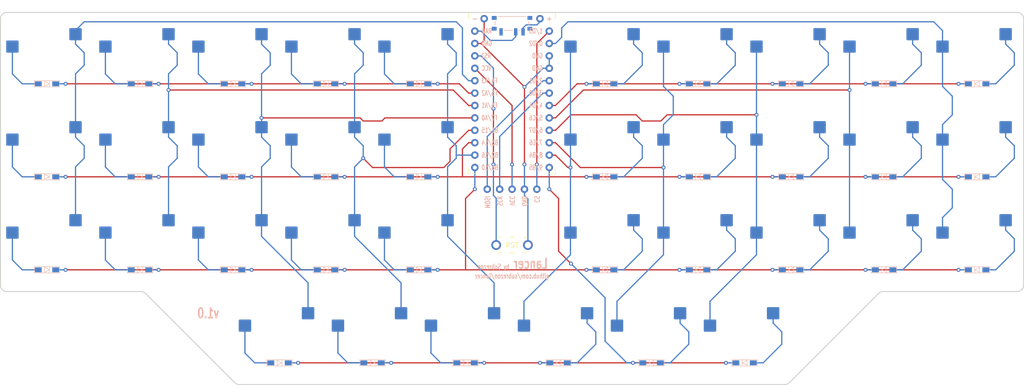
<source format=kicad_pcb>
(kicad_pcb (version 20211014) (generator pcbnew)
  (layers (0 "F.Cu" signal) (31 "B.Cu" signal) (34 "B.Paste" user) (35 "F.Paste" user) (36 "B.SilkS" user "B.Silkscreen") (37 "F.SilkS" user "F.Silkscreen") (38 "B.Mask" user) (39 "F.Mask" user) (44 "Edge.Cuts" user))
  (net 0 "")
  (net 1 "Net-(D1-Pad2)")
  (net 2 "Net-(D2-Pad2)")
  (net 3 "Net-(D3-Pad2)")
  (net 4 "Net-(D4-Pad2)")
  (net 5 "Net-(D5-Pad2)")
  (net 6 "Net-(D6-Pad2)")
  (net 7 "Net-(D7-Pad2)")
  (net 8 "Net-(D8-Pad2)")
  (net 9 "Net-(D10-Pad2)")
  (net 10 "Net-(D11-Pad2)")
  (net 11 "Net-(D12-Pad2)")
  (net 12 "Net-(D13-Pad2)")
  (net 13 "Net-(D14-Pad2)")
  (net 14 "Net-(D15-Pad2)")
  (net 15 "Net-(D17-Pad2)")
  (net 16 "Net-(D19-Pad2)")
  (net 17 "Net-(D21-Pad2)")
  (net 18 "Net-(D22-Pad2)")
  (net 19 "Net-(D23-Pad2)")
  (net 20 "Net-(D24-Pad2)")
  (net 21 "Net-(D25-Pad2)")
  (net 22 "Net-(D28-Pad2)")
  (net 23 "Net-(D31-Pad2)")
  (net 24 "Net-(D32-Pad2)")
  (net 25 "Net-(D33-Pad2)")
  (net 26 "Net-(D34-Pad2)")
  (net 27 "Net-(D35-Pad2)")
  (net 28 "/SDA")
  (net 29 "/SCL")
  (net 31 "/BAT+")
  (net 32 "/RAW")
  (net 33 "/RST")
  (net 34 "/GND")
  (net 35 "/CS")
  (net 36 "/VCC")
  (net 37 "Net-(D9-Pad2)")
  (net 38 "Net-(D16-Pad2)")
  (net 39 "Net-(D18-Pad2)")
  (net 40 "Net-(D20-Pad2)")
  (net 41 "Net-(D26-Pad2)")
  (net 42 "Net-(D27-Pad2)")
  (net 43 "Net-(D29-Pad2)")
  (net 44 "Net-(D30-Pad2)")
  (net 45 "Net-(D36-Pad2)")
  (net 46 "/R0")
  (net 47 "/R1")
  (net 48 "/R2")
  (net 49 "/R3")
  (net 50 "/R4")
  (net 51 "/C0")
  (net 52 "/C1")
  (net 53 "/C2")
  (net 54 "/C3")
  (net 55 "/C4")
  (net 56 "/C5")
  (net 57 "/C6")
  (net 58 "/C7")
  (net 59 "/C8")
  (net 60 "/C9")
  (footprint "MX_Hotswap:MX-Hotswap-1U" (layer "F.Cu") (at 220.98 30.48)
    (fp_text reference "SW10")
    (fp_text value "SW_Push")
  )
  (footprint "keeb-parts:M2_StandoffHole" (layer "F.Cu") (at 87.63 78.105)
    (fp_text reference "H7" hide)
    (fp_text value "MountingHole" hide)
  )
  (footprint "keeb-parts:M2_StandoffHole" (layer "F.Cu") (at 40.005 40.005)
    (fp_text reference "H1" hide)
    (fp_text value "MountingHole" hide)
  )
  (footprint "MX_Hotswap:MX-Hotswap-1U" (layer "F.Cu") (at 106.68 49.53)
    (fp_text reference "SW15")
    (fp_text value "SW_Push")
  )
  (footprint "MX_Hotswap:MX-Hotswap-1U" (layer "F.Cu") (at 201.93 49.53)
    (fp_text reference "SW19")
    (fp_text value "SW_Push")
  )
  (footprint "MX_Hotswap:MX-Hotswap-1U" (layer "F.Cu") (at 182.88 49.53)
    (fp_text reference "SW18")
    (fp_text value "SW_Push")
  )
  (footprint "keeb-parts:M2_StandoffHole" (layer "F.Cu") (at 40.005 59.055)
    (fp_text reference "H5" hide)
    (fp_text value "MountingHole" hide)
  )
  (footprint "MX_Hotswap:MX-Hotswap-1U" (layer "F.Cu") (at 154.305 87.63)
    (fp_text reference "SW35")
    (fp_text value "SW_Push")
  )
  (footprint "MX_Hotswap:MX-Hotswap-1U" (layer "F.Cu") (at 78.105 87.63)
    (fp_text reference "SW31")
    (fp_text value "SW_Push")
  )
  (footprint "MX_Hotswap:MX-Hotswap-1U" (layer "F.Cu") (at 163.83 68.58)
    (fp_text reference "SW27")
    (fp_text value "SW_Push")
  )
  (footprint "keeb-parts:nice!view" (layer "F.Cu") (at 125.73 57.15)
    (fp_text reference "O1" hide)
    (fp_text value "nice!view" hide)
  )
  (footprint "MX_Hotswap:MX-Hotswap-1U" (layer "F.Cu") (at 182.88 30.48)
    (fp_text reference "SW8")
    (fp_text value "SW_Push")
  )
  (footprint "keeb-parts:M2_ScrewHole" (layer "F.Cu") (at 132.08 63.5)
    (fp_text reference "H10" hide)
    (fp_text value "MountingHole" hide)
  )
  (footprint "keeb-parts:TH" (layer "F.Cu") (at 120.015 22.225)
    (fp_text reference "H11" hide)
    (fp_text value "MountingHole_Pad" hide)
  )
  (footprint "MX_Hotswap:MX-Hotswap-1U" (layer "F.Cu") (at 144.78 49.53)
    (fp_text reference "SW16")
    (fp_text value "SW_Push")
  )
  (footprint "MX_Hotswap:MX-Hotswap-1U" (layer "F.Cu") (at 68.58 49.53)
    (fp_text reference "SW13")
    (fp_text value "SW_Push")
  )
  (footprint "MX_Hotswap:MX-Hotswap-1U" (layer "F.Cu") (at 30.48 68.58)
    (fp_text reference "SW21")
    (fp_text value "SW_Push")
  )
  (footprint "MX_Hotswap:MX-Hotswap-1U" (layer "F.Cu") (at 87.63 49.53)
    (fp_text reference "SW14")
    (fp_text value "SW_Push")
  )
  (footprint "lancer:Plus" (layer "F.Cu") (at 133.35 22.225)
    (fp_text reference "REF**" hide)
    (fp_text value "Plus" hide)
  )
  (footprint "MX_Hotswap:MX-Hotswap-1U" (layer "F.Cu") (at 97.155 87.63)
    (fp_text reference "SW32")
    (fp_text value "SW_Push")
  )
  (footprint "MX_Hotswap:MX-Hotswap-1U" (layer "F.Cu") (at 30.48 30.48)
    (fp_text reference "SW1")
    (fp_text value "SW_Push")
  )
  (footprint "MX_Hotswap:MX-Hotswap-1U" (layer "F.Cu") (at 87.63 68.58)
    (fp_text reference "SW24")
    (fp_text value "SW_Push")
  )
  (footprint "keeb-parts:M2_ScrewHole" (layer "F.Cu") (at 119.38 63.5)
    (fp_text reference "H9" hide)
    (fp_text value "MountingHole" hide)
  )
  (footprint "MX_Hotswap:MX-Hotswap-1U" (layer "F.Cu") (at 68.58 68.58)
    (fp_text reference "SW23")
    (fp_text value "SW_Push")
  )
  (footprint "MX_Hotswap:MX-Hotswap-1U" (layer "F.Cu") (at 201.93 30.48)
    (fp_text reference "SW9")
    (fp_text value "SW_Push")
  )
  (footprint "keeb-parts:ProMicro_Flipped" (layer "F.Cu") (at 125.73 37.465)
    (fp_text reference "U1" hide)
    (fp_text value "ProMicro_Flipped" hide)
  )
  (footprint "MX_Hotswap:MX-Hotswap-1U" (layer "F.Cu") (at 220.98 68.58)
    (fp_text reference "SW30")
    (fp_text value "SW_Push")
  )
  (footprint "MX_Hotswap:MX-Hotswap-1U" (layer "F.Cu") (at 135.255 87.63)
    (fp_text reference "SW34")
    (fp_text value "SW_Push")
  )
  (footprint "MX_Hotswap:MX-Hotswap-1U" (layer "F.Cu") (at 220.98 49.53)
    (fp_text reference "SW20")
    (fp_text value "SW_Push")
  )
  (footprint "lancer:Minus" (layer "F.Cu") (at 118.11 22.225)
    (fp_text reference "REF**" hide)
    (fp_text value "Minus" hide)
  )
  (footprint "MX_Hotswap:MX-Hotswap-1U" (layer "F.Cu") (at 144.78 68.58)
    (fp_text reference "SW26")
    (fp_text value "SW_Push")
  )
  (footprint "MX_Hotswap:MX-Hotswap-1U" (layer "F.Cu") (at 106.68 68.58)
    (fp_text reference "SW25")
    (fp_text value "SW_Push")
  )
  (footprint "keeb-parts:M2_StandoffHole" (layer "F.Cu") (at 163.83 78.105)
    (fp_text reference "H8" hide)
    (fp_text value "MountingHole" hide)
  )
  (footprint "MX_Hotswap:MX-Hotswap-1U" (layer "F.Cu") (at 201.93 68.58)
    (fp_text reference "SW29")
    (fp_text value "SW_Push")
  )
  (footprint "keeb-parts:M2_StandoffHole" (layer "F.Cu") (at 211.455 40.005)
    (fp_text reference "H4" hide)
    (fp_text value "MountingHole" hide)
  )
  (footprint "keeb-parts:SW_Reset" (layer "F.Cu") (at 125.73 68.58)
    (fp_text reference "SW38" hide)
    (fp_text value "SW_Push" hide)
  )
  (footprint "MX_Hotswap:MX-Hotswap-1U" (layer "F.Cu") (at 87.63 30.48)
    (fp_text reference "SW4")
    (fp_text value "SW_Push")
  )
  (footprint "MX_Hotswap:MX-Hotswap-1U" (layer "F.Cu") (at 173.355 87.63)
    (fp_text reference "SW36")
    (fp_text value "SW_Push")
  )
  (footprint "lancer:Version" (layer "F.Cu") (at 63.5 82.55)
    (fp_text reference "REF**" hide)
    (fp_text value "Version" hide)
  )
  (footprint "keeb-parts:M2_StandoffHole" (layer "F.Cu") (at 97.155 40.005)
    (fp_text reference "H2" hide)
    (fp_text value "MountingHole" hide)
  )
  (footprint "MX_Hotswap:MX-Hotswap-1U" (layer "F.Cu") (at 49.53 68.58)
    (fp_text reference "SW22")
    (fp_text value "SW_Push")
  )
  (footprint "keeb-parts:M2_StandoffHole" (layer "F.Cu") (at 211.455 59.055)
    (fp_text reference "H6" hide)
    (fp_text value "MountingHole" hide)
  )
  (footprint "MX_Hotswap:MX-Hotswap-1U" (layer "F.Cu") (at 106.68 30.48)
    (fp_text reference "SW5")
    (fp_text value "SW_Push")
  )
  (footprint "keeb-parts:M2_StandoffHole" (layer "F.Cu") (at 154.305 40.005)
    (fp_text reference "H3" hide)
    (fp_text value "MountingHole" hide)
  )
  (footprint "MX_Hotswap:MX-Hotswap-1U" (layer "F.Cu") (at 163.83 30.48)
    (fp_text reference "SW7")
    (fp_text value "SW_Push")
  )
  (footprint "MX_Hotswap:MX-Hotswap-1U" (layer "F.Cu") (at 49.53 30.48)
    (fp_text reference "SW2")
    (fp_text value "SW_Push")
  )
  (footprint "keeb-parts:TH" (layer "F.Cu") (at 131.445 22.225)
    (fp_text reference "H12" hide)
    (fp_text value "MountingHole_Pad" hide)
  )
  (footprint "MX_Hotswap:MX-Hotswap-1U" (layer "F.Cu") (at 68.58 30.48)
    (fp_text reference "SW3")
    (fp_text value "SW_Push")
  )
  (footprint "MX_Hotswap:MX-Hotswap-1U" (layer "F.Cu") (at 163.83 49.53)
    (fp_text reference "SW17")
    (fp_text value "SW_Push")
  )
  (footprint "MX_Hotswap:MX-Hotswap-1U" (layer "F.Cu") (at 30.48 49.53)
    (fp_text reference "SW11")
    (fp_text value "SW_Push")
  )
  (footprint "MX_Hotswap:MX-Hotswap-1U" (layer "F.Cu") (at 49.53 49.53)
    (fp_text reference "SW12")
    (fp_text value "SW_Push")
  )
  (footprint "MX_Hotswap:MX-Hotswap-1U" (layer "F.Cu") (at 116.205 87.63)
    (fp_text reference "SW33")
    (fp_text value "SW_Push")
  )
  (footprint "MX_Hotswap:MX-Hotswap-1U" (layer "F.Cu") (at 182.88 68.58)
    (fp_text reference "SW28")
    (fp_text value "SW_Push")
  )
  (footprint "MX_Hotswap:MX-Hotswap-1U" (layer "F.Cu") (at 144.78 30.48)
    (fp_text reference "SW6")
    (fp_text value "SW_Push")
  )
  (footprint "keeb-parts:Diode_SMD" (layer "B.Cu") (at 49.53 35.56 180)
    (fp_text reference "D2" hide)
    (fp_text value "D_Small" hide)
  )
  (footprint "lancer:Version" (layer "B.Cu") (at 63.5 82.55 180)
    (fp_text reference "REF**" hide)
    (fp_text value "Version" hide)
  )
  (footprint "keeb-parts:Diode_SMD" (layer "B.Cu") (at 97.155 92.71 180)
    (fp_text reference "D32" hide)
    (fp_text value "D_Small" hide)
  )
  (footprint "keeb-parts:Diode_SMD" (layer "B.Cu") (at 135.255 92.71)
    (fp_text reference "D34" hide)
    (fp_text value "D_Small" hide)
  )
  (footprint "keeb-parts:Diode_SMD" (layer "B.Cu") (at 220.98 54.61)
    (fp_text reference "D20" hide)
    (fp_text value "D_Small" hide)
  )
  (footprint "keeb-parts:Diode_SMD" (layer "B.Cu") (at 220.98 73.66)
    (fp_text reference "D30" hide)
    (fp_text value "D_Small" hide)
  )
  (footprint "keeb-parts:Diode_SMD" (layer "B.Cu") (at 182.88 35.56)
    (fp_text reference "D8" hide)
    (fp_text value "D_Small" hide)
  )
  (footprint "keeb-parts:Diode_SMD" (layer "B.Cu") (at 87.63 35.56 180)
    (fp_text reference "D4" hide)
    (fp_text value "D_Small" hide)
  )
  (footprint "keeb-parts:Diode_SMD" (layer "B.Cu") (at 30.48 54.61 180)
    (fp_text reference "D11" hide)
    (fp_text value "D_Small" hide)
  )
  (footprint "keeb-parts:Diode_SMD" (layer "B.Cu") (at 163.83 35.56)
    (fp_text reference "D7" hide)
    (fp_text value "D_Small" hide)
  )
  (footprint "keeb-parts:Diode_SMD" (layer "B.Cu") (at 201.93 73.66)
    (fp_text reference "D29" hide)
    (fp_text value "D_Small" hide)
  )
  (footprint "keeb-parts:Diode_SMD" (layer "B.Cu") (at 68.58 35.56 180)
    (fp_text reference "D3" hide)
    (fp_text value "D_Small" hide)
  )
  (footprint "keeb-parts:Diode_SMD" (layer "B.Cu") (at 68.58 73.66 180)
    (fp_text reference "D23" hide)
    (fp_text value "D_Small" hide)
  )
  (footprint "keeb-parts:Diode_SMD" (layer "B.Cu") (at 163.83 73.66)
    (fp_text reference "D27" hide)
    (fp_text value "D_Small" hide)
  )
  (footprint "keeb-parts:Diode_SMD" (layer "B.Cu") (at 30.48 35.56 180)
    (fp_text reference "D1" hide)
    (fp_text value "D_Small" hide)
  )
  (footprint "lancer:Signature" (layer "B.Cu") (at 125.73 73.66 180)
    (fp_text reference "REF**" hide)
    (fp_text value "Signature" hide)
  )
  (footprint "lancer:Minus" (layer "B.Cu") (at 118.11 22.225 180)
    (fp_text reference "REF**" hide)
    (fp_text value "Minus" hide)
  )
  (footprint "keeb-parts:Diode_SMD" (layer "B.Cu") (at 201.93 35.56)
    (fp_text reference "D9" hide)
    (fp_text value "D_Small" hide)
  )
  (footprint "keeb-parts:Diode_SMD" (layer "B.Cu") (at 182.88 73.66)
    (fp_text reference "D28" hide)
    (fp_text value "D_Small" hide)
  )
  (footprint "keeb-parts:Diode_SMD" (layer "B.Cu") (at 144.78 54.61)
    (fp_text reference "D16" hide)
    (fp_text value "D_Small" hide)
  )
  (footprint "lancer:Plus" (layer "B.Cu") (at 133.35 22.225 180)
    (fp_text reference "REF**" hide)
    (fp_text value "Plus" hide)
  )
  (footprint "keeb-parts:Diode_SMD" (layer "B.Cu") (at 154.305 92.71)
    (fp_text reference "D35" hide)
    (fp_text value "D_Small" hide)
  )
  (footprint "Button_Switch_SMD:SW_SPDT_PCM12" (layer "B.Cu") (at 125.73 23.495)
    (fp_text reference "SW37" hide)
    (fp_text value "SW_SPDT")
  )
  (footprint "keeb-parts:Diode_SMD" (layer "B.Cu") (at 182.88 54.61)
    (fp_text reference "D18" hide)
    (fp_text value "D_Small" hide)
  )
  (footprint "keeb-parts:Diode_SMD" (layer "B.Cu") (at 116.205 92.71 180)
    (fp_text reference "D33" hide)
    (fp_text value "D_Small" hide)
  )
  (footprint "keeb-parts:Diode_SMD" (layer "B.Cu") (at 144.78 35.56)
    (fp_text reference "D6" hide)
    (fp_text value "D_Small" hide)
  )
  (footprint "keeb-parts:Diode_SMD" (layer "B.Cu") (at 173.355 92.71)
    (fp_text reference "D36" hide)
    (fp_text value "D_Small" hide)
  )
  (footprint "keeb-parts:Diode_SMD" (layer "B.Cu") (at 163.83 54.61)
    (fp_text reference "D17" hide)
    (fp_text value "D_Small" hide)
  )
  (footprint "keeb-parts:Diode_SMD" (layer "B.Cu") (at 106.68 35.56 180)
    (fp_text reference "D5" hide)
    (fp_text value "D_Small" hide)
  )
  (footprint "keeb-parts:Diode_SMD" (layer "B.Cu") (at 30.48 73.66 180)
    (fp_text reference "D21" hide)
    (fp_text value "D_Small" hide)
  )
  (footprint "keeb-parts:Diode_SMD" (layer "B.Cu") (at 49.53 54.61 180)
    (fp_text reference "D12" hide)
    (fp_text value "D_Small" hide)
  )
  (footprint "keeb-parts:Diode_SMD" (layer "B.Cu") (at 220.98 35.56)
    (fp_text reference "D10" hide)
    (fp_text value "D_Small" hide)
  )
  (footprint "keeb-parts:Diode_SMD" (layer "B.Cu") (at 144.78 73.66)
    (fp_text reference "D26" hide)
    (fp_text value "D_Small" hide)
  )
  (footprint "keeb-parts:Diode_SMD" (layer "B.Cu") (at 106.68 73.66 180)
    (fp_text reference "D25" hide)
    (fp_text value "D_Small" hide)
  )
  (footprint "keeb-parts:Diode_SMD" (layer "B.Cu") (at 201.93 54.61)
    (fp_text reference "D19" hide)
    (fp_text value "D_Small" hide)
  )
  (footprint "keeb-parts:Diode_SMD" (layer "B.Cu") (at 68.58 54.61 180)
    (fp_text reference "D13" hide)
    (fp_text value "D_Small" hide)
  )
  (footprint "keeb-parts:Diode_SMD" (layer "B.Cu") (at 49.53 73.66 180)
    (fp_text reference "D22" hide)
    (fp_text value "D_Small" hide)
  )
  (footprint "keeb-parts:Diode_SMD" (layer "B.Cu") (at 106.68 54.61 180)
    (fp_text reference "D15" hide)
    (fp_text value "D_Small" hide)
  )
  (footprint "keeb-parts:Diode_SMD" (layer "B.Cu") (at 87.63 54.61 180)
    (fp_text reference "D14" hide)
    (fp_text value "D_Small" hide)
  )
  (footprint "keeb-parts:Diode_SMD" (layer "B.Cu") (at 78.105 92.71 180)
    (fp_text reference "D31" hide)
    (fp_text value "D_Small" hide)
  )
  (footprint "keeb-parts:Diode_SMD" (layer "B.Cu") (at 87.63 73.66 180)
    (fp_text reference "D24" hide)
    (fp_text value "D_Small" hide)
  )
  (gr_arc (start 230.505001 76.835003) (mid 230.133027 77.733029) (end 229.235001 78.105003) (layer "Edge.Cuts") (width 0.2))
  (gr_arc (start 200.814078 78.476977) (mid 201.226095 78.201676) (end 201.712103 78.105003) (layer "Edge.Cuts") (width 0.2))
  (gr_line (start 230.505001 76.835003) (end 230.505001 22.225003) (layer "Edge.Cuts") (width 0.2))
  (gr_line (start 229.235001 20.955003) (end 22.225001 20.955003) (layer "Edge.Cuts") (width 0.2))
  (gr_line (start 50.645924 78.476977) (end 68.951975 96.783029) (layer "Edge.Cuts") (width 0.2))
  (gr_arc (start 20.955001 22.225003) (mid 21.326975 21.326977) (end 22.225001 20.955003) (layer "Edge.Cuts") (width 0.2))
  (gr_line (start 201.712103 78.105003) (end 229.235001 78.105003) (layer "Edge.Cuts") (width 0.2))
  (gr_line (start 182.508027 96.783029) (end 200.814078 78.476977) (layer "Edge.Cuts") (width 0.2))
  (gr_arc (start 229.235001 20.955003) (mid 230.133027 21.326977) (end 230.505001 22.225003) (layer "Edge.Cuts") (width 0.2))
  (gr_arc (start 22.225001 78.105003) (mid 21.326975 77.733029) (end 20.955001 76.835003) (layer "Edge.Cuts") (width 0.2))
  (gr_arc (start 182.508027 96.783029) (mid 182.096009 97.05833) (end 181.610001 97.155003) (layer "Edge.Cuts") (width 0.2))
  (gr_line (start 20.955001 22.225003) (end 20.955001 76.835003) (layer "Edge.Cuts") (width 0.2))
  (gr_arc (start 49.747899 78.105003) (mid 50.233907 78.201676) (end 50.645924 78.476977) (layer "Edge.Cuts") (width 0.2))
  (gr_line (start 22.225001 78.105003) (end 49.747899 78.105003) (layer "Edge.Cuts") (width 0.2))
  (gr_line (start 69.850001 97.155003) (end 181.610001 97.155003) (layer "Edge.Cuts") (width 0.2))
  (gr_arc (start 69.850001 97.155003) (mid 69.363993 97.05833) (end 68.951975 96.783029) (layer "Edge.Cuts") (width 0.2))
  (segment (start 23.395 33.555) (end 25.4 35.56) (width 0.25) (layer "B.Cu") (net 1))
  (segment (start 25.4 35.56) (end 28.705 35.56) (width 0.25) (layer "B.Cu") (net 1))
  (segment (start 23.395 27.94) (end 23.395 33.555) (width 0.25) (layer "B.Cu") (net 1))
  (segment (start 44.45 35.56) (end 47.755 35.56) (width 0.25) (layer "B.Cu") (net 2))
  (segment (start 42.445 27.94) (end 42.445 33.555) (width 0.25) (layer "B.Cu") (net 2))
  (segment (start 42.445 33.555) (end 44.45 35.56) (width 0.25) (layer "B.Cu") (net 2))
  (segment (start 61.495 33.555) (end 63.5 35.56) (width 0.25) (layer "B.Cu") (net 3))
  (segment (start 61.495 27.94) (end 61.495 33.555) (width 0.25) (layer "B.Cu") (net 3))
  (segment (start 63.5 35.56) (end 66.805 35.56) (width 0.25) (layer "B.Cu") (net 3))
  (segment (start 80.545 33.555) (end 82.55 35.56) (width 0.25) (layer "B.Cu") (net 4))
  (segment (start 80.545 27.94) (end 80.545 33.555) (width 0.25) (layer "B.Cu") (net 4))
  (segment (start 82.55 35.56) (end 85.855 35.56) (width 0.25) (layer "B.Cu") (net 4))
  (segment (start 99.595 33.555) (end 101.6 35.56) (width 0.25) (layer "B.Cu") (net 5))
  (segment (start 101.6 35.56) (end 104.905 35.56) (width 0.25) (layer "B.Cu") (net 5))
  (segment (start 99.595 27.94) (end 99.595 33.555) (width 0.25) (layer "B.Cu") (net 5))
  (segment (start 150.622 25.4) (end 150.622 27.432) (width 0.25) (layer "B.Cu") (net 6))
  (segment (start 150.622 27.432) (end 152.4 29.21) (width 0.25) (layer "B.Cu") (net 6))
  (segment (start 152.4 29.21) (end 152.4 31.75) (width 0.25) (layer "B.Cu") (net 6))
  (segment (start 152.4 31.75) (end 148.59 35.56) (width 0.25) (layer "B.Cu") (net 6))
  (segment (start 148.59 35.56) (end 146.555 35.56) (width 0.25) (layer "B.Cu") (net 6))
  (segment (start 169.672 27.432) (end 171.45 29.21) (width 0.25) (layer "B.Cu") (net 7))
  (segment (start 169.672 25.4) (end 169.672 27.432) (width 0.25) (layer "B.Cu") (net 7))
  (segment (start 171.45 29.21) (end 171.45 31.75) (width 0.25) (layer "B.Cu") (net 7))
  (segment (start 171.45 31.75) (end 167.64 35.56) (width 0.25) (layer "B.Cu") (net 7))
  (segment (start 167.64 35.56) (end 165.605 35.56) (width 0.25) (layer "B.Cu") (net 7))
  (segment (start 190.5 29.21) (end 190.5 31.75) (width 0.25) (layer "B.Cu") (net 8))
  (segment (start 186.69 35.56) (end 184.655 35.56) (width 0.25) (layer "B.Cu") (net 8))
  (segment (start 190.5 31.75) (end 186.69 35.56) (width 0.25) (layer "B.Cu") (net 8))
  (segment (start 188.722 27.432) (end 190.5 29.21) (width 0.25) (layer "B.Cu") (net 8))
  (segment (start 188.722 25.4) (end 188.722 27.432) (width 0.25) (layer "B.Cu") (net 8))
  (segment (start 226.822 27.432) (end 228.6 29.21) (width 0.25) (layer "B.Cu") (net 9))
  (segment (start 228.6 29.21) (end 228.6 31.75) (width 0.25) (layer "B.Cu") (net 9))
  (segment (start 224.79 35.56) (end 222.755 35.56) (width 0.25) (layer "B.Cu") (net 9))
  (segment (start 226.822 25.4) (end 226.822 27.432) (width 0.25) (layer "B.Cu") (net 9))
  (segment (start 228.6 31.75) (end 224.79 35.56) (width 0.25) (layer "B.Cu") (net 9))
  (segment (start 28.705 54.61) (end 25.4 54.61) (width 0.25) (layer "B.Cu") (net 10))
  (segment (start 23.395 52.605) (end 23.395 46.99) (width 0.25) (layer "B.Cu") (net 10))
  (segment (start 25.4 54.61) (end 23.395 52.605) (width 0.25) (layer "B.Cu") (net 10))
  (segment (start 44.45 54.61) (end 42.445 52.605) (width 0.25) (layer "B.Cu") (net 11))
  (segment (start 42.445 52.605) (end 42.445 46.99) (width 0.25) (layer "B.Cu") (net 11))
  (segment (start 47.755 54.61) (end 44.45 54.61) (width 0.25) (layer "B.Cu") (net 11))
  (segment (start 66.805 54.61) (end 63.5 54.61) (width 0.25) (layer "B.Cu") (net 12))
  (segment (start 61.495 52.605) (end 61.495 46.99) (width 0.25) (layer "B.Cu") (net 12))
  (segment (start 63.5 54.61) (end 61.495 52.605) (width 0.25) (layer "B.Cu") (net 12))
  (segment (start 85.855 54.61) (end 82.55 54.61) (width 0.25) (layer "B.Cu") (net 13))
  (segment (start 80.545 52.605) (end 80.545 46.99) (width 0.25) (layer "B.Cu") (net 13))
  (segment (start 82.55 54.61) (end 80.545 52.605) (width 0.25) (layer "B.Cu") (net 13))
  (segment (start 101.6 54.61) (end 99.595 52.605) (width 0.25) (layer "B.Cu") (net 14))
  (segment (start 104.905 54.61) (end 101.6 54.61) (width 0.25) (layer "B.Cu") (net 14))
  (segment (start 99.595 52.605) (end 99.595 46.99) (width 0.25) (layer "B.Cu") (net 14))
  (segment (start 169.672 46.482) (end 171.45 48.26) (width 0.25) (layer "B.Cu") (net 15))
  (segment (start 171.45 50.8) (end 167.64 54.61) (width 0.25) (layer "B.Cu") (net 15))
  (segment (start 171.45 48.26) (end 171.45 50.8) (width 0.25) (layer "B.Cu") (net 15))
  (segment (start 169.672 44.45) (end 169.672 46.482) (width 0.25) (layer "B.Cu") (net 15))
  (segment (start 167.64 54.61) (end 165.605 54.61) (width 0.25) (layer "B.Cu") (net 15))
  (segment (start 209.55 48.26) (end 209.55 50.8) (width 0.25) (layer "B.Cu") (net 16))
  (segment (start 207.772 44.45) (end 207.772 46.482) (width 0.25) (layer "B.Cu") (net 16))
  (segment (start 209.55 50.8) (end 205.74 54.61) (width 0.25) (layer "B.Cu") (net 16))
  (segment (start 207.772 46.482) (end 209.55 48.26) (width 0.25) (layer "B.Cu") (net 16))
  (segment (start 205.74 54.61) (end 203.705 54.61) (width 0.25) (layer "B.Cu") (net 16))
  (segment (start 25.4 73.66) (end 23.395 71.655) (width 0.25) (layer "B.Cu") (net 17))
  (segment (start 28.705 73.66) (end 25.4 73.66) (width 0.25) (layer "B.Cu") (net 17))
  (segment (start 23.395 71.655) (end 23.395 66.04) (width 0.25) (layer "B.Cu") (net 17))
  (segment (start 44.45 73.66) (end 42.445 71.655) (width 0.25) (layer "B.Cu") (net 18))
  (segment (start 47.755 73.66) (end 44.45 73.66) (width 0.25) (layer "B.Cu") (net 18))
  (segment (start 42.445 71.655) (end 42.445 66.04) (width 0.25) (layer "B.Cu") (net 18))
  (segment (start 66.805 73.66) (end 63.5 73.66) (width 0.25) (layer "B.Cu") (net 19))
  (segment (start 63.5 73.66) (end 61.495 71.655) (width 0.25) (layer "B.Cu") (net 19))
  (segment (start 61.495 71.655) (end 61.495 66.04) (width 0.25) (layer "B.Cu") (net 19))
  (segment (start 80.545 71.655) (end 80.545 66.04) (width 0.25) (layer "B.Cu") (net 20))
  (segment (start 82.55 73.66) (end 80.545 71.655) (width 0.25) (layer "B.Cu") (net 20))
  (segment (start 85.855 73.66) (end 82.55 73.66) (width 0.25) (layer "B.Cu") (net 20))
  (segment (start 101.6 73.66) (end 99.595 71.655) (width 0.25) (layer "B.Cu") (net 21))
  (segment (start 99.595 71.655) (end 99.595 66.04) (width 0.25) (layer "B.Cu") (net 21))
  (segment (start 104.905 73.66) (end 101.6 73.66) (width 0.25) (layer "B.Cu") (net 21))
  (segment (start 186.69 73.66) (end 184.655 73.66) (width 0.25) (layer "B.Cu") (net 22))
  (segment (start 188.722 65.532) (end 190.5 67.31) (width 0.25) (layer "B.Cu") (net 22))
  (segment (start 188.722 63.5) (end 188.722 65.532) (width 0.25) (layer "B.Cu") (net 22))
  (segment (start 190.5 69.85) (end 186.69 73.66) (width 0.25) (layer "B.Cu") (net 22))
  (segment (start 190.5 67.31) (end 190.5 69.85) (width 0.25) (layer "B.Cu") (net 22))
  (segment (start 73.025 92.71) (end 76.33 92.71) (width 0.25) (layer "B.Cu") (net 23))
  (segment (start 71.02 90.705) (end 73.025 92.71) (width 0.25) (layer "B.Cu") (net 23))
  (segment (start 71.02 85.09) (end 71.02 90.705) (width 0.25) (layer "B.Cu") (net 23))
  (segment (start 90.07 85.09) (end 90.07 90.705) (width 0.25) (layer "B.Cu") (net 24))
  (segment (start 90.07 90.705) (end 92.075 92.71) (width 0.25) (layer "B.Cu") (net 24))
  (segment (start 92.075 92.71) (end 95.38 92.71) (width 0.25) (layer "B.Cu") (net 24))
  (segment (start 109.12 85.09) (end 109.12 90.705) (width 0.25) (layer "B.Cu") (net 25))
  (segment (start 109.12 90.705) (end 111.125 92.71) (width 0.25) (layer "B.Cu") (net 25))
  (segment (start 111.125 92.71) (end 114.43 92.71) (width 0.25) (layer "B.Cu") (net 25))
  (segment (start 141.097 82.55) (end 141.097 84.582) (width 0.25) (layer "B.Cu") (net 26))
  (segment (start 142.875 88.9) (end 139.065 92.71) (width 0.25) (layer "B.Cu") (net 26))
  (segment (start 139.065 92.71) (end 137.03 92.71) (width 0.25) (layer "B.Cu") (net 26))
  (segment (start 141.097 84.582) (end 142.875 86.36) (width 0.25) (layer "B.Cu") (net 26))
  (segment (start 142.875 86.36) (end 142.875 88.9) (width 0.25) (layer "B.Cu") (net 26))
  (segment (start 158.115 92.71) (end 156.08 92.71) (width 0.25) (layer "B.Cu") (net 27))
  (segment (start 161.925 86.36) (end 161.925 88.9) (width 0.25) (layer "B.Cu") (net 27))
  (segment (start 160.147 84.582) (end 161.925 86.36) (width 0.25) (layer "B.Cu") (net 27))
  (segment (start 161.925 88.9) (end 158.115 92.71) (width 0.25) (layer "B.Cu") (net 27))
  (segment (start 160.147 82.55) (end 160.147 84.582) (width 0.25) (layer "B.Cu") (net 27))
  (segment (start 133.35 34.925) (end 132.08 34.925) (width 0.25) (layer "B.Cu") (net 28))
  (segment (start 132.08 34.925) (end 120.65 46.355) (width 0.25) (layer "B.Cu") (net 28))
  (segment (start 120.65 46.355) (end 120.65 57.15) (width 0.25) (layer "B.Cu") (net 28))
  (segment (start 123.19 46.355) (end 123.19 57.15) (width 0.25) (layer "B.Cu") (net 29))
  (segment (start 132.08 37.465) (end 123.19 46.355) (width 0.25) (layer "B.Cu") (net 29))
  (segment (start 133.35 37.465) (end 132.08 37.465) (width 0.25) (layer "B.Cu") (net 29))
  (segment (start 131.445 22.86) (end 130.81 23.495) (width 0.25) (layer "B.Cu") (net 31))
  (segment (start 130.81 23.495) (end 128.610978 23.495) (width 0.25) (layer "B.Cu") (net 31))
  (segment (start 131.445 22.225) (end 131.445 22.86) (width 0.25) (layer "B.Cu") (net 31))
  (segment (start 127.98 24.125978) (end 127.98 24.925) (width 0.25) (layer "B.Cu") (net 31))
  (segment (start 128.610978 23.495) (end 127.98 24.125978) (width 0.25) (layer "B.Cu") (net 31))
  (segment (start 121.285 26.67) (end 125.73 26.67) (width 0.25) (layer "B.Cu") (net 32))
  (segment (start 125.73 26.67) (end 126.48 25.92) (width 0.25) (layer "B.Cu") (net 32))
  (segment (start 126.48 25.92) (end 126.48 24.925) (width 0.25) (layer "B.Cu") (net 32))
  (segment (start 119.38 24.765) (end 121.285 26.67) (width 0.25) (layer "B.Cu") (net 32))
  (segment (start 118.11 24.765) (end 119.38 24.765) (width 0.25) (layer "B.Cu") (net 32))
  (segment (start 121.92 52.07) (end 121.92 40.64) (width 0.25) (layer "F.Cu") (net 33))
  (via (at 121.92 40.64) (size 0.8) (drill 0.4) (layers "F.Cu" "B.Cu") (net 33))
  (via (at 121.92 52.07) (size 0.8) (drill 0.4) (layers "F.Cu" "B.Cu") (net 33))
  (segment (start 121.92 58.42) (end 121.92 52.07) (width 0.25) (layer "B.Cu") (net 33))
  (segment (start 122.48 58.98) (end 121.92 58.42) (width 0.25) (layer "B.Cu") (net 33))
  (segment (start 119.38 29.845) (end 118.11 29.845) (width 0.25) (layer "B.Cu") (net 33))
  (segment (start 122.48 68.58) (end 122.48 58.98) (width 0.25) (layer "B.Cu") (net 33))
  (segment (start 121.92 40.64) (end 121.92 32.385) (width 0.25) (layer "B.Cu") (net 33))
  (segment (start 121.92 32.385) (end 119.38 29.845) (width 0.25) (layer "B.Cu") (net 33))
  (segment (start 118.11 27.305) (end 119.38 27.305) (width 0.25) (layer "F.Cu") (net 34))
  (segment (start 119.38 27.305) (end 120.015 26.67) (width 0.25) (layer "F.Cu") (net 34))
  (segment (start 120.015 26.67) (end 120.015 22.225) (width 0.25) (layer "F.Cu") (net 34))
  (segment (start 128.27 36.195) (end 119.38 27.305) (width 0.25) (layer "F.Cu") (net 34))
  (segment (start 128.27 36.195) (end 128.27 52.07) (width 0.25) (layer "F.Cu") (net 34))
  (via (at 128.27 36.195) (size 0.8) (drill 0.4) (layers "F.Cu" "B.Cu") (net 34))
  (via (at 128.27 52.07) (size 0.8) (drill 0.4) (layers "F.Cu" "B.Cu") (net 34))
  (segment (start 133.35 32.385) (end 132.08 32.385) (width 0.25) (layer "B.Cu") (net 34))
  (segment (start 128.98 59.13) (end 128.27 58.42) (width 0.25) (layer "B.Cu") (net 34))
  (segment (start 128.98 68.58) (end 128.98 59.13) (width 0.25) (layer "B.Cu") (net 34))
  (segment (start 133.35 32.385) (end 133.35 29.845) (width 0.25) (layer "B.Cu") (net 34))
  (segment (start 128.27 57.15) (end 128.27 52.07) (width 0.25) (layer "B.Cu") (net 34))
  (segment (start 132.08 32.385) (end 128.27 36.195) (width 0.25) (layer "B.Cu") (net 34))
  (segment (start 128.27 58.42) (end 128.27 57.15) (width 0.25) (layer "B.Cu") (net 34))
  (segment (start 130.81 27.305) (end 133.35 24.765) (width 0.25) (layer "F.Cu") (net 35))
  (segment (start 130.81 52.07) (end 130.81 27.305) (width 0.25) (layer "F.Cu") (net 35))
  (via (at 130.81 52.07) (size 0.8) (drill 0.4) (layers "F.Cu" "B.Cu") (net 35))
  (segment (start 130.81 57.15) (end 130.81 52.07) (width 0.25) (layer "B.Cu") (net 35))
  (segment (start 125.73 40.005) (end 118.11 32.385) (width 0.25) (layer "F.Cu") (net 36))
  (segment (start 125.73 52.07) (end 125.73 40.005) (width 0.25) (layer "F.Cu") (net 36))
  (via (at 125.73 52.07) (size 0.8) (drill 0.4) (layers "F.Cu" "B.Cu") (net 36))
  (segment (start 125.73 57.15) (end 125.73 52.07) (width 0.25) (layer "B.Cu") (net 36))
  (segment (start 207.772 27.432) (end 209.55 29.21) (width 0.25) (layer "B.Cu") (net 37))
  (segment (start 209.55 29.21) (end 209.55 31.75) (width 0.25) (layer "B.Cu") (net 37))
  (segment (start 207.772 25.4) (end 207.772 27.432) (width 0.25) (layer "B.Cu") (net 37))
  (segment (start 209.55 31.75) (end 205.74 35.56) (width 0.25) (layer "B.Cu") (net 37))
  (segment (start 205.74 35.56) (end 203.705 35.56) (width 0.25) (layer "B.Cu") (net 37))
  (segment (start 152.4 50.8) (end 148.59 54.61) (width 0.25) (layer "B.Cu") (net 38))
  (segment (start 150.622 46.482) (end 152.4 48.26) (width 0.25) (layer "B.Cu") (net 38))
  (segment (start 148.59 54.61) (end 146.555 54.61) (width 0.25) (layer "B.Cu") (net 38))
  (segment (start 150.622 44.45) (end 150.622 46.482) (width 0.25) (layer "B.Cu") (net 38))
  (segment (start 152.4 48.26) (end 152.4 50.8) (width 0.25) (layer "B.Cu") (net 38))
  (segment (start 190.5 48.26) (end 190.5 50.8) (width 0.25) (layer "B.Cu") (net 39))
  (segment (start 188.722 44.45) (end 188.722 46.482) (width 0.25) (layer "B.Cu") (net 39))
  (segment (start 186.69 54.61) (end 184.655 54.61) (width 0.25) (layer "B.Cu") (net 39))
  (segment (start 190.5 50.8) (end 186.69 54.61) (width 0.25) (layer "B.Cu") (net 39))
  (segment (start 188.722 46.482) (end 190.5 48.26) (width 0.25) (layer "B.Cu") (net 39))
  (segment (start 226.822 46.482) (end 228.6 48.26) (width 0.25) (layer "B.Cu") (net 40))
  (segment (start 226.822 44.45) (end 226.822 46.482) (width 0.25) (layer "B.Cu") (net 40))
  (segment (start 228.6 48.26) (end 228.6 50.8) (width 0.25) (layer "B.Cu") (net 40))
  (segment (start 224.79 54.61) (end 222.755 54.61) (width 0.25) (layer "B.Cu") (net 40))
  (segment (start 228.6 50.8) (end 224.79 54.61) (width 0.25) (layer "B.Cu") (net 40))
  (segment (start 150.622 65.532) (end 152.4 67.31) (width 0.25) (layer "B.Cu") (net 41))
  (segment (start 152.4 69.85) (end 148.59 73.66) (width 0.25) (layer "B.Cu") (net 41))
  (segment (start 150.622 63.5) (end 150.622 65.532) (width 0.25) (layer "B.Cu") (net 41))
  (segment (start 152.4 67.31) (end 152.4 69.85) (width 0.25) (layer "B.Cu") (net 41))
  (segment (start 148.59 73.66) (end 146.555 73.66) (width 0.25) (layer "B.Cu") (net 41))
  (segment (start 171.45 69.85) (end 167.64 73.66) (width 0.25) (layer "B.Cu") (net 42))
  (segment (start 169.672 65.532) (end 171.45 67.31) (width 0.25) (layer "B.Cu") (net 42))
  (segment (start 169.672 63.5) (end 169.672 65.532) (width 0.25) (layer "B.Cu") (net 42))
  (segment (start 171.45 67.31) (end 171.45 69.85) (width 0.25) (layer "B.Cu") (net 42))
  (segment (start 167.64 73.66) (end 165.605 73.66) (width 0.25) (layer "B.Cu") (net 42))
  (segment (start 207.772 65.532) (end 209.55 67.31) (width 0.25) (layer "B.Cu") (net 43))
  (segment (start 207.772 63.5) (end 207.772 65.532) (width 0.25) (layer "B.Cu") (net 43))
  (segment (start 209.55 67.31) (end 209.55 69.85) (width 0.25) (layer "B.Cu") (net 43))
  (segment (start 205.74 73.66) (end 203.705 73.66) (width 0.25) (layer "B.Cu") (net 43))
  (segment (start 209.55 69.85) (end 205.74 73.66) (width 0.25) (layer "B.Cu") (net 43))
  (segment (start 228.6 69.85) (end 224.79 73.66) (width 0.25) (layer "B.Cu") (net 44))
  (segment (start 226.822 65.532) (end 228.6 67.31) (width 0.25) (layer "B.Cu") (net 44))
  (segment (start 226.822 63.5) (end 226.822 65.532) (width 0.25) (layer "B.Cu") (net 44))
  (segment (start 228.6 67.31) (end 228.6 69.85) (width 0.25) (layer "B.Cu") (net 44))
  (segment (start 224.79 73.66) (end 222.755 73.66) (width 0.25) (layer "B.Cu") (net 44))
  (segment (start 177.165 92.71) (end 175.13 92.71) (width 0.25) (layer "B.Cu") (net 45))
  (segment (start 180.975 86.36) (end 180.975 88.9) (width 0.25) (layer "B.Cu") (net 45))
  (segment (start 179.197 82.55) (end 179.197 84.582) (width 0.25) (layer "B.Cu") (net 45))
  (segment (start 180.975 88.9) (end 177.165 92.71) (width 0.25) (layer "B.Cu") (net 45))
  (segment (start 179.197 84.582) (end 180.975 86.36) (width 0.25) (layer "B.Cu") (net 45))
  (segment (start 114.935 35.56) (end 110.49 35.56) (width 0.25) (layer "F.Cu") (net 46))
  (segment (start 118.11 37.465) (end 116.84 37.465) (width 0.25) (layer "F.Cu") (net 46))
  (segment (start 34.29 35.56) (end 110.49 35.56) (width 0.25) (layer "F.Cu") (net 46))
  (segment (start 116.84 37.465) (end 114.935 35.56) (width 0.25) (layer "F.Cu") (net 46))
  (via (at 72.39 35.56) (size 0.8) (drill 0.4) (layers "F.Cu" "B.Cu") (net 46))
  (via (at 34.29 35.56) (size 0.8) (drill 0.4) (layers "F.Cu" "B.Cu") (net 46))
  (via (at 53.34 35.56) (size 0.8) (drill 0.4) (layers "F.Cu" "B.Cu") (net 46))
  (via (at 110.49 35.56) (size 0.8) (drill 0.4) (layers "F.Cu" "B.Cu") (net 46))
  (via (at 91.44 35.56) (size 0.8) (drill 0.4) (layers "F.Cu" "B.Cu") (net 46))
  (segment (start 32.255 35.56) (end 34.29 35.56) (width 0.25) (layer "B.Cu") (net 46))
  (segment (start 51.305 35.56) (end 53.34 35.56) (width 0.25) (layer "B.Cu") (net 46))
  (segment (start 70.355 35.56) (end 72.39 35.56) (width 0.25) (layer "B.Cu") (net 46))
  (segment (start 89.405 35.56) (end 91.44 35.56) (width 0.25) (layer "B.Cu") (net 46))
  (segment (start 108.455 35.56) (end 110.49 35.56) (width 0.25) (layer "B.Cu") (net 46))
  (segment (start 133.35 40.005) (end 134.62 40.005) (width 0.25) (layer "F.Cu") (net 47))
  (segment (start 140.97 35.56) (end 139.065 35.56) (width 0.25) (layer "F.Cu") (net 47))
  (segment (start 140.97 35.56) (end 217.17 35.56) (width 0.25) (layer "F.Cu") (net 47))
  (segment (start 139.065 35.56) (end 134.62 40.005) (width 0.25) (layer "F.Cu") (net 47))
  (via (at 217.17 35.56) (size 0.8) (drill 0.4) (layers "F.Cu" "B.Cu") (net 47))
  (via (at 179.07 35.56) (size 0.8) (drill 0.4) (layers "F.Cu" "B.Cu") (net 47))
  (via (at 160.02 35.56) (size 0.8) (drill 0.4) (layers "F.Cu" "B.Cu") (net 47))
  (via (at 140.97 35.56) (size 0.8) (drill 0.4) (layers "F.Cu" "B.Cu") (net 47))
  (via (at 198.12 35.56) (size 0.8) (drill 0.4) (layers "F.Cu" "B.Cu") (net 47))
  (segment (start 162.055 35.56) (end 160.02 35.56) (width 0.25) (layer "B.Cu") (net 47))
  (segment (start 200.155 35.56) (end 198.12 35.56) (width 0.25) (layer "B.Cu") (net 47))
  (segment (start 181.105 35.56) (end 179.07 35.56) (width 0.25) (layer "B.Cu") (net 47))
  (segment (start 143.005 35.56) (end 140.97 35.56) (width 0.25) (layer "B.Cu") (net 47))
  (segment (start 219.205 35.56) (end 217.17 35.56) (width 0.25) (layer "B.Cu") (net 47))
  (segment (start 116.84 47.625) (end 115.57 48.895) (width 0.25) (layer "F.Cu") (net 48))
  (segment (start 115.57 54.61) (end 114.3 54.61) (width 0.25) (layer "F.Cu") (net 48))
  (segment (start 140.97 54.61) (end 115.57 54.61) (width 0.25) (layer "F.Cu") (net 48))
  (segment (start 115.57 48.895) (end 115.57 54.61) (width 0.25) (layer "F.Cu") (net 48))
  (segment (start 118.11 47.625) (end 116.84 47.625) (width 0.25) (layer "F.Cu") (net 48))
  (segment (start 114.3 54.61) (end 110.49 54.61) (width 0.25) (layer "F.Cu") (net 48))
  (segment (start 34.29 54.61) (end 110.49 54.61) (width 0.25) (layer "F.Cu") (net 48))
  (segment (start 217.17 54.61) (end 140.97 54.61) (width 0.25) (layer "F.Cu") (net 48))
  (via (at 160.02 54.61) (size 0.8) (drill 0.4) (layers "F.Cu" "B.Cu") (net 48))
  (via (at 110.49 54.61) (size 0.8) (drill 0.4) (layers "F.Cu" "B.Cu") (net 48))
  (via (at 53.34 54.61) (size 0.8) (drill 0.4) (layers "F.Cu" "B.Cu") (net 48))
  (via (at 140.97 54.61) (size 0.8) (drill 0.4) (layers "F.Cu" "B.Cu") (net 48))
  (via (at 198.12 54.61) (size 0.8) (drill 0.4) (layers "F.Cu" "B.Cu") (net 48))
  (via (at 91.44 54.61) (size 0.8) (drill 0.4) (layers "F.Cu" "B.Cu") (net 48))
  (via (at 179.07 54.61) (size 0.8) (drill 0.4) (layers "F.Cu" "B.Cu") (net 48))
  (via (at 34.29 54.61) (size 0.8) (drill 0.4) (layers "F.Cu" "B.Cu") (net 48))
  (via (at 72.39 54.61) (size 0.8) (drill 0.4) (layers "F.Cu" "B.Cu") (net 48))
  (via (at 217.17 54.61) (size 0.8) (drill 0.4) (layers "F.Cu" "B.Cu") (net 48))
  (segment (start 108.455 54.61) (end 110.49 54.61) (width 0.25) (layer "B.Cu") (net 48))
  (segment (start 181.105 54.61) (end 179.07 54.61) (width 0.25) (layer "B.Cu") (net 48))
  (segment (start 89.405 54.61) (end 91.44 54.61) (width 0.25) (layer "B.Cu") (net 48))
  (segment (start 51.305 54.61) (end 53.34 54.61) (width 0.25) (layer "B.Cu") (net 48))
  (segment (start 32.255 54.61) (end 34.29 54.61) (width 0.25) (layer "B.Cu") (net 48))
  (segment (start 219.205 54.61) (end 217.17 54.61) (width 0.25) (layer "B.Cu") (net 48))
  (segment (start 200.155 54.61) (end 198.12 54.61) (width 0.25) (layer "B.Cu") (net 48))
  (segment (start 70.355 54.61) (end 72.39 54.61) (width 0.25) (layer "B.Cu") (net 48))
  (segment (start 162.055 54.61) (end 160.02 54.61) (width 0.25) (layer "B.Cu") (net 48))
  (segment (start 143.005 54.61) (end 140.97 54.61) (width 0.25) (layer "B.Cu") (net 48))
  (segment (start 116.205 73.66) (end 110.49 73.66) (width 0.25) (layer "F.Cu") (net 49))
  (segment (start 217.17 73.66) (end 140.97 73.66) (width 0.25) (layer "F.Cu") (net 49))
  (segment (start 34.29 73.66) (end 110.49 73.66) (width 0.25) (layer "F.Cu") (net 49))
  (segment (start 118.11 57.15) (end 116.205 59.055) (width 0.25) (layer "F.Cu") (net 49))
  (segment (start 116.205 73.66) (end 116.205 59.055) (width 0.25) (layer "F.Cu") (net 49))
  (segment (start 140.97 73.66) (end 116.205 73.66) (width 0.25) (layer "F.Cu") (net 49))
  (via (at 160.02 73.66) (size 0.8) (drill 0.4) (layers "F.Cu" "B.Cu") (net 49))
  (via (at 198.12 73.66) (size 0.8) (drill 0.4) (layers "F.Cu" "B.Cu") (net 49))
  (via (at 34.29 73.66) (size 0.8) (drill 0.4) (layers "F.Cu" "B.Cu") (net 49))
  (via (at 72.39 73.66) (size 0.8) (drill 0.4) (layers "F.Cu" "B.Cu") (net 49))
  (via (at 179.07 73.66) (size 0.8) (drill 0.4) (layers "F.Cu" "B.Cu") (net 49))
  (via (at 118.11 57.15) (size 0.8) (drill 0.4) (layers "F.Cu" "B.Cu") (net 49))
  (via (at 53.34 73.66) (size 0.8) (drill 0.4) (layers "F.Cu" "B.Cu") (net 49))
  (via (at 110.49 73.66) (size 0.8) (drill 0.4) (layers "F.Cu" "B.Cu") (net 49))
  (via (at 217.17 73.66) (size 0.8) (drill 0.4) (layers "F.Cu" "B.Cu") (net 49))
  (via (at 91.44 73.66) (size 0.8) (drill 0.4) (layers "F.Cu" "B.Cu") (net 49))
  (via (at 140.97 73.66) (size 0.8) (drill 0.4) (layers "F.Cu" "B.Cu") (net 49))
  (segment (start 143.005 73.66) (end 140.97 73.66) (width 0.25) (layer "B.Cu") (net 49))
  (segment (start 32.255 73.66) (end 34.29 73.66) (width 0.25) (layer "B.Cu") (net 49))
  (segment (start 200.155 73.66) (end 198.12 73.66) (width 0.25) (layer "B.Cu") (net 49))
  (segment (start 219.205 73.66) (end 217.17 73.66) (width 0.25) (layer "B.Cu") (net 49))
  (segment (start 89.405 73.66) (end 91.44 73.66) (width 0.25) (layer "B.Cu") (net 49))
  (segment (start 70.355 73.66) (end 72.39 73.66) (width 0.25) (layer "B.Cu") (net 49))
  (segment (start 51.305 73.66) (end 53.34 73.66) (width 0.25) (layer "B.Cu") (net 49))
  (segment (start 108.455 73.66) (end 110.49 73.66) (width 0.25) (layer "B.Cu") (net 49))
  (segment (start 118.11 52.705) (end 118.11 57.15) (width 0.25) (layer "B.Cu") (net 49))
  (segment (start 181.105 73.66) (end 179.07 73.66) (width 0.25) (layer "B.Cu") (net 49))
  (segment (start 162.055 73.66) (end 160.02 73.66) (width 0.25) (layer "B.Cu") (net 49))
  (segment (start 133.35 57.15) (end 135.255 59.055) (width 0.25) (layer "F.Cu") (net 50))
  (segment (start 135.255 59.055) (end 135.255 69.85) (width 0.25) (layer "F.Cu") (net 50))
  (segment (start 135.255 69.85) (end 137.795 72.39) (width 0.25) (layer "F.Cu") (net 50))
  (segment (start 81.915 92.71) (end 169.545 92.71) (width 0.25) (layer "F.Cu") (net 50))
  (via (at 133.35 57.15) (size 0.8) (drill 0.4) (layers "F.Cu" "B.Cu") (net 50))
  (via (at 100.965 92.71) (size 0.8) (drill 0.4) (layers "F.Cu" "B.Cu") (net 50))
  (via (at 131.445 92.71) (size 0.8) (drill 0.4) (layers "F.Cu" "B.Cu") (net 50))
  (via (at 120.015 92.71) (size 0.8) (drill 0.4) (layers "F.Cu" "B.Cu") (net 50))
  (via (at 150.495 92.71) (size 0.8) (drill 0.4) (layers "F.Cu" "B.Cu") (net 50))
  (via (at 81.915 92.71) (size 0.8) (drill 0.4) (layers "F.Cu" "B.Cu") (net 50))
  (via (at 137.795 72.39) (size 0.8) (drill 0.4) (layers "F.Cu" "B.Cu") (net 50))
  (via (at 169.545 92.71) (size 0.8) (drill 0.4) (layers "F.Cu" "B.Cu") (net 50))
  (segment (start 150.495 92.71) (end 149.225 92.71) (width 0.25) (layer "B.Cu") (net 50))
  (segment (start 133.35 52.705) (end 133.35 57.15) (width 0.25) (layer "B.Cu") (net 50))
  (segment (start 171.58 92.71) (end 169.545 92.71) (width 0.25) (layer "B.Cu") (net 50))
  (segment (start 149.225 92.71) (end 144.78 88.265) (width 0.25) (layer "B.Cu") (net 50))
  (segment (start 144.78 88.265) (end 144.78 79.375) (width 0.25) (layer "B.Cu") (net 50))
  (segment (start 98.93 92.71) (end 100.965 92.71) (width 0.25) (layer "B.Cu") (net 50))
  (segment (start 79.88 92.71) (end 81.915 92.71) (width 0.25) (layer "B.Cu") (net 50))
  (segment (start 117.98 92.71) (end 120.015 92.71) (width 0.25) (layer "B.Cu") (net 50))
  (segment (start 152.53 92.71) (end 150.495 92.71) (width 0.25) (layer "B.Cu") (net 50))
  (segment (start 144.78 79.375) (end 137.795 72.39) (width 0.25) (layer "B.Cu") (net 50))
  (segment (start 133.48 92.71) (end 131.445 92.71) (width 0.25) (layer "B.Cu") (net 50))
  (segment (start 38.1 48.26) (end 38.1 50.8) (width 0.25) (layer "B.Cu") (net 51))
  (segment (start 115.57 33.655) (end 115.57 24.13) (width 0.25) (layer "B.Cu") (net 51))
  (segment (start 36.322 27.432) (end 38.1 29.21) (width 0.25) (layer "B.Cu") (net 51))
  (segment (start 118.11 34.925) (end 116.84 34.925) (width 0.25) (layer "B.Cu") (net 51))
  (segment (start 114.3 22.86) (end 38.1 22.86) (width 0.25) (layer "B.Cu") (net 51))
  (segment (start 36.322 44.45) (end 36.322 33.528) (width 0.25) (layer "B.Cu") (net 51))
  (segment (start 36.322 52.578) (end 38.1 50.8) (width 0.25) (layer "B.Cu") (net 51))
  (segment (start 38.1 22.86) (end 36.322 24.638) (width 0.25) (layer "B.Cu") (net 51))
  (segment (start 115.57 24.13) (end 114.3 22.86) (width 0.25) (layer "B.Cu") (net 51))
  (segment (start 36.322 33.528) (end 38.1 31.75) (width 0.25) (layer "B.Cu") (net 51))
  (segment (start 38.1 29.21) (end 38.1 31.75) (width 0.25) (layer "B.Cu") (net 51))
  (segment (start 36.322 25.4) (end 36.322 27.432) (width 0.25) (layer "B.Cu") (net 51))
  (segment (start 36.322 24.638) (end 36.322 25.4) (width 0.25) (layer "B.Cu") (net 51))
  (segment (start 36.322 44.45) (end 36.322 46.482) (width 0.25) (layer "B.Cu") (net 51))
  (segment (start 36.322 46.482) (end 38.1 48.26) (width 0.25) (layer "B.Cu") (net 51))
  (segment (start 116.84 34.925) (end 115.57 33.655) (width 0.25) (layer "B.Cu") (net 51))
  (segment (start 36.322 63.5) (end 36.322 52.578) (width 0.25) (layer "B.Cu") (net 51))
  (segment (start 116.84 40.005) (end 113.665 36.83) (width 0.25) (layer "F.Cu") (net 52))
  (segment (start 118.11 40.005) (end 116.84 40.005) (width 0.25) (layer "F.Cu") (net 52))
  (segment (start 113.665 36.83) (end 55.372 36.83) (width 0.25) (layer "F.Cu") (net 52))
  (via (at 55.372 36.83) (size 0.8) (drill 0.4) (layers "F.Cu" "B.Cu") (net 52))
  (segment (start 55.372 27.432) (end 57.15 29.21) (width 0.25) (layer "B.Cu") (net 52))
  (segment (start 57.15 48.26) (end 57.15 50.8) (width 0.25) (layer "B.Cu") (net 52))
  (segment (start 55.372 52.578) (end 57.15 50.8) (width 0.25) (layer "B.Cu") (net 52))
  (segment (start 55.372 44.45) (end 55.372 33.528) (width 0.25) (layer "B.Cu") (net 52))
  (segment (start 55.372 46.482) (end 57.15 48.26) (width 0.25) (layer "B.Cu") (net 52))
  (segment (start 57.15 29.21) (end 57.15 31.75) (width 0.25) (layer "B.Cu") (net 52))
  (segment (start 55.372 63.5) (end 55.372 52.578) (width 0.25) (layer "B.Cu") (net 52))
  (segment (start 57.15 31.75) (end 55.372 33.528) (width 0.25) (layer "B.Cu") (net 52))
  (segment (start 55.372 44.45) (end 55.372 46.482) (width 0.25) (layer "B.Cu") (net 52))
  (segment (start 55.372 25.4) (end 55.372 27.432) (width 0.25) (layer "B.Cu") (net 52))
  (segment (start 118.11 42.545) (end 99.695 42.545) (width 0.25) (layer "F.Cu") (net 53))
  (segment (start 94.615 42.545) (end 74.422 42.545) (width 0.25) (layer "F.Cu") (net 53))
  (segment (start 95.25 43.18) (end 94.615 42.545) (width 0.25) (layer "F.Cu") (net 53))
  (segment (start 99.695 42.545) (end 99.06 43.18) (width 0.25) (layer "F.Cu") (net 53))
  (segment (start 99.06 43.18) (end 95.25 43.18) (width 0.25) (layer "F.Cu") (net 53))
  (via (at 74.422 42.545) (size 0.8) (drill 0.4) (layers "F.Cu" "B.Cu") (net 53))
  (segment (start 76.2 29.21) (end 76.2 31.75) (width 0.25) (layer "B.Cu") (net 53))
  (segment (start 74.422 44.45) (end 74.422 33.528) (width 0.25) (layer "B.Cu") (net 53))
  (segment (start 74.422 63.5) (end 74.422 52.578) (width 0.25) (layer "B.Cu") (net 53))
  (segment (start 74.422 46.482) (end 76.2 48.26) (width 0.25) (layer "B.Cu") (net 53))
  (segment (start 74.422 52.578) (end 76.2 50.8) (width 0.25) (layer "B.Cu") (net 53))
  (segment (start 74.422 44.45) (end 74.422 46.482) (width 0.25) (layer "B.Cu") (net 53))
  (segment (start 76.2 48.26) (end 76.2 50.8) (width 0.25) (layer "B.Cu") (net 53))
  (segment (start 74.422 25.4) (end 74.422 27.432) (width 0.25) (layer "B.Cu") (net 53))
  (segment (start 74.422 63.5) (end 74.422 66.802) (width 0.25) (layer "B.Cu") (net 53))
  (segment (start 74.422 27.432) (end 76.2 29.21) (width 0.25) (layer "B.Cu") (net 53))
  (segment (start 74.422 66.802) (end 83.947 76.327) (width 0.25) (layer "B.Cu") (net 53))
  (segment (start 74.422 33.528) (end 76.2 31.75) (width 0.25) (layer "B.Cu") (net 53))
  (segment (start 83.947 76.327) (end 83.947 82.55) (width 0.25) (layer "B.Cu") (net 53))
  (segment (start 97.155 52.705) (end 95.25 50.8) (width 0.25) (layer "F.Cu") (net 54))
  (segment (start 116.84 45.085) (end 113.03 48.895) (width 0.25) (layer "F.Cu") (net 54))
  (segment (start 113.03 48.895) (end 113.03 51.435) (width 0.25) (layer "F.Cu") (net 54))
  (segment (start 111.76 52.705) (end 97.155 52.705) (width 0.25) (layer "F.Cu") (net 54))
  (segment (start 118.11 45.085) (end 116.84 45.085) (width 0.25) (layer "F.Cu") (net 54))
  (segment (start 113.03 51.435) (end 111.76 52.705) (width 0.25) (layer "F.Cu") (net 54))
  (via (at 95.25 50.8) (size 0.8) (drill 0.4) (layers "F.Cu" "B.Cu") (net 54))
  (segment (start 93.472 44.45) (end 93.472 46.482) (width 0.25) (layer "B.Cu") (net 54))
  (segment (start 93.472 27.432) (end 95.25 29.21) (width 0.25) (layer "B.Cu") (net 54))
  (segment (start 93.472 46.482) (end 95.25 48.26) (width 0.25) (layer "B.Cu") (net 54))
  (segment (start 95.25 48.26) (end 95.25 50.8) (width 0.25) (layer "B.Cu") (net 54))
  (segment (start 93.472 66.802) (end 102.997 76.327) (width 0.25) (layer "B.Cu") (net 54))
  (segment (start 93.472 63.5) (end 93.472 52.578) (width 0.25) (layer "B.Cu") (net 54))
  (segment (start 93.472 44.45) (end 93.472 33.528) (width 0.25) (layer "B.Cu") (net 54))
  (segment (start 93.472 52.578) (end 95.25 50.8) (width 0.25) (layer "B.Cu") (net 54))
  (segment (start 95.25 29.21) (end 95.25 31.75) (width 0.25) (layer "B.Cu") (net 54))
  (segment (start 93.472 33.528) (end 95.25 31.75) (width 0.25) (layer "B.Cu") (net 54))
  (segment (start 93.472 63.5) (end 93.472 66.802) (width 0.25) (layer "B.Cu") (net 54))
  (segment (start 93.472 25.4) (end 93.472 27.432) (width 0.25) (layer "B.Cu") (net 54))
  (segment (start 102.997 76.327) (end 102.997 82.55) (width 0.25) (layer "B.Cu") (net 54))
  (segment (start 112.522 66.802) (end 122.047 76.327) (width 0.25) (layer "B.Cu") (net 55))
  (segment (start 112.522 63.5) (end 112.522 52.578) (width 0.25) (layer "B.Cu") (net 55))
  (segment (start 114.3 31.75) (end 114.3 29.21) (width 0.25) (layer "B.Cu") (net 55))
  (segment (start 112.522 46.482) (end 114.3 48.26) (width 0.25) (layer "B.Cu") (net 55))
  (segment (start 112.522 52.578) (end 114.3 50.8) (width 0.25) (layer "B.Cu") (net 55))
  (segment (start 112.522 25.4) (end 112.522 27.432) (width 0.25) (layer "B.Cu") (net 55))
  (segment (start 112.522 27.432) (end 114.3 29.21) (width 0.25) (layer "B.Cu") (net 55))
  (segment (start 114.3 48.26) (end 114.3 50.165) (width 0.25) (layer "B.Cu") (net 55))
  (segment (start 118.11 50.165) (end 114.3 50.165) (width 0.25) (layer "B.Cu") (net 55))
  (segment (start 114.3 50.165) (end 114.3 50.8) (width 0.25) (layer "B.Cu") (net 55))
  (segment (start 122.047 76.327) (end 122.047 82.55) (width 0.25) (layer "B.Cu") (net 55))
  (segment (start 112.522 33.528) (end 114.3 31.75) (width 0.25) (layer "B.Cu") (net 55))
  (segment (start 112.522 63.5) (end 112.522 66.802) (width 0.25) (layer "B.Cu") (net 55))
  (segment (start 112.522 44.45) (end 112.522 46.482) (width 0.25) (layer "B.Cu") (net 55))
  (segment (start 112.522 44.45) (end 112.522 33.528) (width 0.25) (layer "B.Cu") (net 55))
  (segment (start 133.35 50.165) (end 134.62 50.165) (width 0.25) (layer "F.Cu") (net 56))
  (segment (start 137.16 52.705) (end 137.695 52.705) (width 0.25) (layer "F.Cu") (net 56))
  (segment (start 134.62 50.165) (end 137.16 52.705) (width 0.25) (layer "F.Cu") (net 56))
  (via (at 137.695 52.705) (size 0.8) (drill 0.4) (layers "F.Cu" "B.Cu") (net 56))
  (segment (start 137.695 70.585) (end 137.695 66.04) (width 0.25) (layer "B.Cu") (net 56))
  (segment (start 128.17 80.11) (end 137.695 70.585) (width 0.25) (layer "B.Cu") (net 56))
  (segment (start 128.17 85.09) (end 128.17 80.11) (width 0.25) (layer "B.Cu") (net 56))
  (segment (start 137.695 27.94) (end 137.695 66.04) (width 0.25) (layer "B.Cu") (net 56))
  (segment (start 139.7 52.705) (end 156.745 52.705) (width 0.25) (layer "F.Cu") (net 57))
  (segment (start 134.62 47.625) (end 139.7 52.705) (width 0.25) (layer "F.Cu") (net 57))
  (segment (start 133.35 47.625) (end 134.62 47.625) (width 0.25) (layer "F.Cu") (net 57))
  (via (at 156.745 52.705) (size 0.8) (drill 0.4) (layers "F.Cu" "B.Cu") (net 57))
  (segment (start 156.745 46.99) (end 156.745 43.915) (width 0.25) (layer "B.Cu") (net 57))
  (segment (start 156.745 27.94) (end 156.745 36.095) (width 0.25) (layer "B.Cu") (net 57))
  (segment (start 156.745 36.095) (end 158.75 38.1) (width 0.25) (layer "B.Cu") (net 57))
  (segment (start 147.22 85.09) (end 147.22 80.11) (width 0.25) (layer "B.Cu") (net 57))
  (segment (start 158.75 38.1) (end 158.75 41.91) (width 0.25) (layer "B.Cu") (net 57))
  (segment (start 147.22 80.11) (end 156.745 70.585) (width 0.25) (layer "B.Cu") (net 57))
  (segment (start 156.745 43.915) (end 158.75 41.91) (width 0.25) (layer "B.Cu") (net 57))
  (segment (start 156.745 70.585) (end 156.745 66.04) (width 0.25) (layer "B.Cu") (net 57))
  (segment (start 156.745 46.99) (end 156.745 66.04) (width 0.25) (layer "B.Cu") (net 57))
  (segment (start 157.48 41.91) (end 175.795 41.91) (width 0.25) (layer "F.Cu") (net 58))
  (segment (start 152.4 43.18) (end 156.21 43.18) (width 0.25) (layer "F.Cu") (net 58))
  (segment (start 151.13 41.91) (end 152.4 43.18) (width 0.25) (layer "F.Cu") (net 58))
  (segment (start 134.62 45.085) (end 137.795 41.91) (width 0.25) (layer "F.Cu") (net 58))
  (segment (start 156.21 43.18) (end 157.48 41.91) (width 0.25) (layer "F.Cu") (net 58))
  (segment (start 133.35 45.085) (end 134.62 45.085) (width 0.25) (layer "F.Cu") (net 58))
  (segment (start 137.795 41.91) (end 151.13 41.91) (width 0.25) (layer "F.Cu") (net 58))
  (via (at 175.795 41.91) (size 0.8) (drill 0.4) (layers "F.Cu" "B.Cu") (net 58))
  (segment (start 175.795 66.04) (end 175.795 27.94) (width 0.25) (layer "B.Cu") (net 58))
  (segment (start 166.27 85.09) (end 166.27 80.11) (width 0.25) (layer "B.Cu") (net 58))
  (segment (start 166.27 80.11) (end 175.795 70.585) (width 0.25) (layer "B.Cu") (net 58))
  (segment (start 175.795 70.585) (end 175.795 66.04) (width 0.25) (layer "B.Cu") (net 58))
  (segment (start 133.35 42.545) (end 134.62 42.545) (width 0.25) (layer "F.Cu") (net 59))
  (segment (start 134.62 42.545) (end 140.335 36.83) (width 0.25) (layer "F.Cu") (net 59))
  (segment (start 140.335 36.83) (end 194.845 36.83) (width 0.25) (layer "F.Cu") (net 59))
  (via (at 194.845 36.83) (size 0.8) (drill 0.4) (layers "F.Cu" "B.Cu") (net 59))
  (segment (start 194.845 66.04) (end 194.845 27.94) (width 0.25) (layer "B.Cu") (net 59))
  (segment (start 213.895 62.965) (end 215.9 60.96) (width 0.25) (layer "B.Cu") (net 60))
  (segment (start 213.895 46.99) (end 213.895 43.915) (width 0.25) (layer "B.Cu") (net 60))
  (segment (start 134.62 27.305) (end 135.89 26.035) (width 0.25) (layer "B.Cu") (net 60))
  (segment (start 215.9 41.91) (end 215.9 38.1) (width 0.25) (layer "B.Cu") (net 60))
  (segment (start 215.9 57.15) (end 215.9 60.96) (width 0.25) (layer "B.Cu") (net 60))
  (segment (start 213.895 36.095) (end 213.895 27.94) (width 0.25) (layer "B.Cu") (net 60))
  (segment (start 135.89 24.13) (end 137.16 22.86) (width 0.25) (layer "B.Cu") (net 60))
  (segment (start 137.16 22.86) (end 212.09 22.86) (width 0.25) (layer "B.Cu") (net 60))
  (segment (start 213.895 24.665) (end 213.895 27.94) (width 0.25) (layer "B.Cu") (net 60))
  (segment (start 213.895 46.99) (end 213.895 55.145) (width 0.25) (layer "B.Cu") (net 60))
  (segment (start 133.35 27.305) (end 134.62 27.305) (width 0.25) (layer "B.Cu") (net 60))
  (segment (start 213.895 55.145) (end 215.9 57.15) (width 0.25) (layer "B.Cu") (net 60))
  (segment (start 135.89 26.035) (end 135.89 24.13) (width 0.25) (layer "B.Cu") (net 60))
  (segment (start 215.9 38.1) (end 213.895 36.095) (width 0.25) (layer "B.Cu") (net 60))
  (segment (start 212.09 22.86) (end 213.895 24.665) (width 0.25) (layer "B.Cu") (net 60))
  (segment (start 213.895 66.04) (end 213.895 62.965) (width 0.25) (layer "B.Cu") (net 60))
  (segment (start 213.895 43.915) (end 215.9 41.91) (width 0.25) (layer "B.Cu") (net 60))
)
</source>
